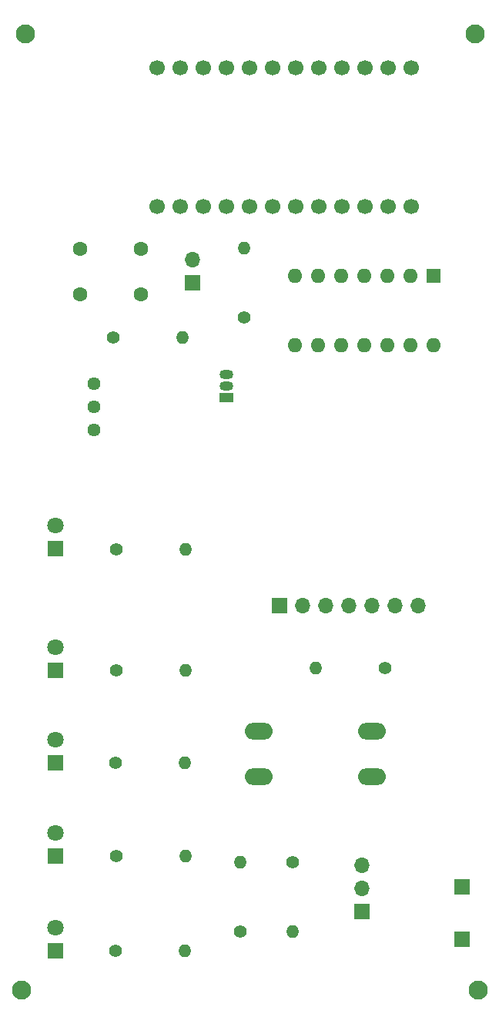
<source format=gbr>
%TF.GenerationSoftware,KiCad,Pcbnew,7.0.6*%
%TF.CreationDate,2024-05-26T17:55:49-07:00*%
%TF.ProjectId,avalanche_transmitter,6176616c-616e-4636-9865-5f7472616e73,1.0*%
%TF.SameCoordinates,Original*%
%TF.FileFunction,Soldermask,Bot*%
%TF.FilePolarity,Negative*%
%FSLAX46Y46*%
G04 Gerber Fmt 4.6, Leading zero omitted, Abs format (unit mm)*
G04 Created by KiCad (PCBNEW 7.0.6) date 2024-05-26 17:55:49*
%MOMM*%
%LPD*%
G01*
G04 APERTURE LIST*
%ADD10C,2.100000*%
%ADD11R,1.800000X1.800000*%
%ADD12C,1.800000*%
%ADD13C,1.700000*%
%ADD14C,1.400000*%
%ADD15O,1.400000X1.400000*%
%ADD16R,1.600000X1.600000*%
%ADD17O,1.600000X1.600000*%
%ADD18C,1.600000*%
%ADD19R,1.700000X1.700000*%
%ADD20O,1.700000X1.700000*%
%ADD21C,1.440000*%
%ADD22O,1.500000X1.050000*%
%ADD23R,1.500000X1.050000*%
%ADD24O,3.048000X1.850000*%
G04 APERTURE END LIST*
D10*
%TO.C,REF\u002A\u002A*%
X122380000Y-149618000D03*
%TD*%
D11*
%TO.C,TRANSMITTING*%
X126134000Y-101137000D03*
D12*
X126134000Y-98597000D03*
%TD*%
D13*
%TO.C,U2*%
X137310000Y-48300000D03*
X139850000Y-48300000D03*
X142390000Y-48300000D03*
X144930000Y-48300000D03*
X147470000Y-48300000D03*
X150010000Y-48300000D03*
X152550000Y-48300000D03*
X155090000Y-48300000D03*
X157630000Y-48300000D03*
X160170000Y-48300000D03*
X162710000Y-48300000D03*
X165250000Y-48300000D03*
X137310000Y-63540000D03*
X139850000Y-63540000D03*
X142390000Y-63540000D03*
X144930000Y-63540000D03*
X147470000Y-63540000D03*
X150010000Y-63540000D03*
X152550000Y-63540000D03*
X155090000Y-63540000D03*
X157630000Y-63540000D03*
X160170000Y-63540000D03*
X162710000Y-63540000D03*
X165250000Y-63540000D03*
%TD*%
D14*
%TO.C,R9*%
X152169000Y-135549000D03*
D15*
X152169000Y-143169000D03*
%TD*%
D14*
%TO.C,R4*%
X132738000Y-145328000D03*
D15*
X140358000Y-145328000D03*
%TD*%
D14*
%TO.C,R8*%
X146835000Y-75732000D03*
D15*
X146835000Y-68112000D03*
%TD*%
D14*
%TO.C,R10*%
X146454000Y-143169000D03*
D15*
X146454000Y-135549000D03*
%TD*%
D14*
%TO.C,R7*%
X132460000Y-77918000D03*
D15*
X140080000Y-77918000D03*
%TD*%
D16*
%TO.C,U1*%
X167668000Y-71170000D03*
D17*
X165128000Y-71170000D03*
X162588000Y-71170000D03*
X160048000Y-71170000D03*
X157508000Y-71170000D03*
X154968000Y-71170000D03*
X152428000Y-71170000D03*
X152428000Y-78790000D03*
X154968000Y-78790000D03*
X157508000Y-78790000D03*
X160048000Y-78790000D03*
X162588000Y-78790000D03*
X165128000Y-78790000D03*
X167668000Y-78790000D03*
%TD*%
D18*
%TO.C,C1*%
X135532000Y-68152000D03*
X135532000Y-73152000D03*
%TD*%
D11*
%TO.C,100\u0025*%
X126134000Y-114467000D03*
D12*
X126134000Y-111927000D03*
%TD*%
D19*
%TO.C,J1*%
X150772000Y-107355000D03*
D20*
X153312000Y-107355000D03*
X155852000Y-107355000D03*
X158392000Y-107355000D03*
X160932000Y-107355000D03*
X163472000Y-107355000D03*
X166012000Y-107355000D03*
%TD*%
D14*
%TO.C,R1*%
X132780000Y-114467000D03*
D15*
X140400000Y-114467000D03*
%TD*%
D18*
%TO.C,CV1*%
X128801000Y-73152000D03*
X128801000Y-68152000D03*
%TD*%
D19*
%TO.C,On/Off*%
X159789000Y-140995000D03*
D20*
X159789000Y-138455000D03*
X159789000Y-135915000D03*
%TD*%
D21*
%TO.C,RV1*%
X130325000Y-88051000D03*
X130325000Y-85511000D03*
X130325000Y-82971000D03*
%TD*%
D14*
%TO.C,R5*%
X132780000Y-101168000D03*
D15*
X140400000Y-101168000D03*
%TD*%
D10*
%TO.C,REF\u002A\u002A*%
X172280000Y-44568000D03*
%TD*%
D11*
%TO.C,75\u0025*%
X126134000Y-124627000D03*
D12*
X126134000Y-122087000D03*
%TD*%
D14*
%TO.C,R2*%
X132738000Y-124627000D03*
D15*
X140358000Y-124627000D03*
%TD*%
D22*
%TO.C,Q1*%
X144930000Y-81955000D03*
X144930000Y-83225000D03*
D23*
X144930000Y-84495000D03*
%TD*%
D19*
%TO.C,GND*%
X170780000Y-144068000D03*
%TD*%
D11*
%TO.C,50\u0025*%
X126134000Y-134914000D03*
D12*
X126134000Y-132374000D03*
%TD*%
D14*
%TO.C,R6*%
X162380000Y-114218000D03*
D15*
X154760000Y-114218000D03*
%TD*%
D10*
%TO.C,REF\u002A\u002A*%
X122780000Y-44568000D03*
%TD*%
D19*
%TO.C,AE1*%
X141200000Y-71922000D03*
D20*
X141200000Y-69382000D03*
%TD*%
D11*
%TO.C,25\u0025*%
X126134000Y-145328000D03*
D12*
X126134000Y-142788000D03*
%TD*%
D10*
%TO.C,REF\u002A\u002A*%
X172580000Y-149618000D03*
%TD*%
D24*
%TO.C,REF\u002A\u002A*%
X148440000Y-121168000D03*
X160940000Y-121168000D03*
X148440000Y-126168000D03*
X160940000Y-126168000D03*
%TD*%
D14*
%TO.C,R3*%
X132780000Y-134914000D03*
D15*
X140400000Y-134914000D03*
%TD*%
D19*
%TO.C,Battery In (6V)*%
X170780000Y-138318000D03*
%TD*%
M02*

</source>
